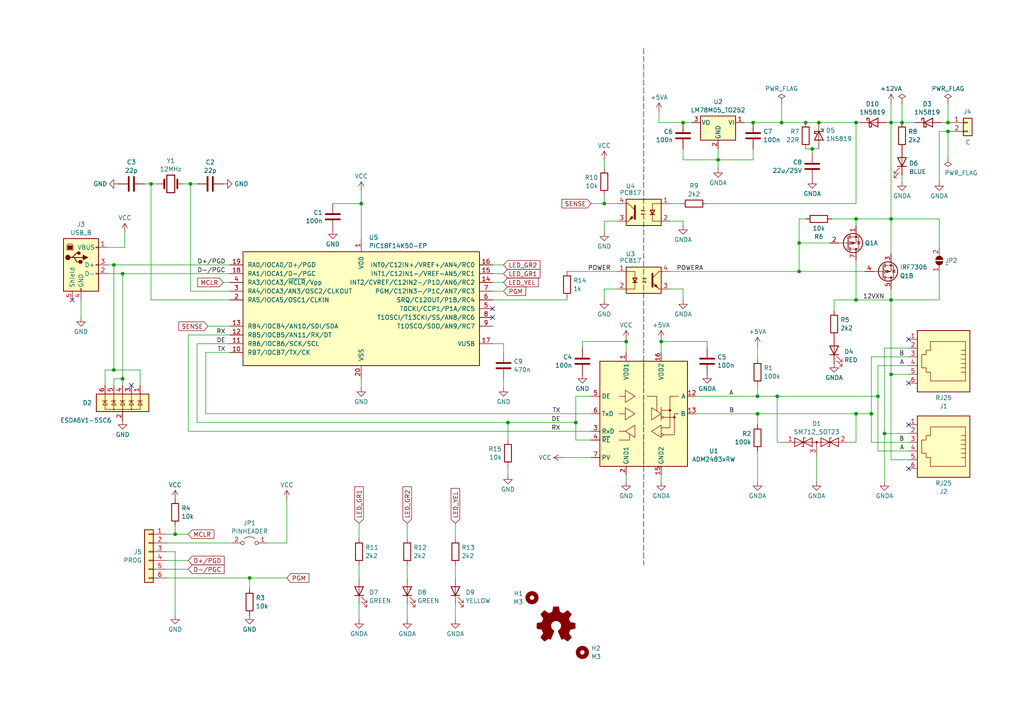
<source format=kicad_sch>
(kicad_sch (version 20230121) (generator eeschema)
  (paper "A4")
  (title_block (title "uLI – Ultimate LI") (date "2024-02-15") (rev "5.0") (company "Model Railroader Club Brno I – KMŽ Brno I – https://kmz-brno.cz/") (comment 1 "Jan Horáček") (comment 2 "https://github.com/kmzbrnoI/uLI-pcb https://uli.kmz-brno.cz/") (comment 3 "https://creativecommons.org/licenses/by-sa/4.0/") (comment 4 "Released under the Creative Commons Attribution-ShareAlike 4.0 License"))
  (lib_symbols
    (symbol "Connector:RJ25" (pin_names (offset 1.016))
      (property "Reference" "J" (at -5.08 11.43 0))
      (property "Value" "RJ25" (at 2.54 11.43 0))
      (symbol "RJ25_1_1"
        (pin passive line (at 10.16 -5.08 180) (length 2.54) (name "~") (number "1"))
        (pin passive line (at 10.16 -2.54 180) (length 2.54) (name "~") (number "2"))
        (pin passive line (at 10.16 0 180) (length 2.54) (name "~") (number "3"))
        (pin passive line (at 10.16 2.54 180) (length 2.54) (name "~") (number "4"))
        (pin passive line (at 10.16 5.08 180) (length 2.54) (name "~") (number "5"))
        (pin passive line (at 10.16 7.62 180) (length 2.54) (name "~") (number "6"))
      )
    )
    (symbol "Connector:USB_B" (pin_names (offset 1.016))
      (property "Reference" "J" (at -5.08 11.43 0))
      (property "Value" "USB_B" (at -5.08 8.89 0))
      (symbol "USB_B_1_1"
        (pin power_out line (at 7.62 5.08 180) (length 2.54) (name "VBUS") (number "1"))
        (pin bidirectional line (at 7.62 -2.54 180) (length 2.54) (name "D-") (number "2"))
        (pin bidirectional line (at 7.62 0 180) (length 2.54) (name "D+") (number "3"))
        (pin power_out line (at 0 -10.16 90) (length 2.54) (name "GND") (number "4"))
        (pin passive line (at -2.54 -10.16 90) (length 2.54) (name "Shield") (number "5"))
      )
    )
    (symbol "Connector_Generic:Conn_01x02" (pin_names (offset 1.016) hide)
      (property "Reference" "J" (at 0 2.54 0))
      (property "Value" "Conn_01x02" (at 0 -5.08 0))
      (symbol "Conn_01x02_1_1"
        (pin passive line (at -5.08 0 0) (length 3.81) (name "Pin_1") (number "1"))
        (pin passive line (at -5.08 -2.54 0) (length 3.81) (name "Pin_2") (number "2"))
      )
    )
    (symbol "Connector_Generic:Conn_01x06" (pin_names (offset 1.016) hide)
      (property "Reference" "J" (at 0 7.62 0))
      (property "Value" "Conn_01x06" (at 0 -10.16 0))
      (symbol "Conn_01x06_1_1"
        (pin passive line (at -5.08 5.08 0) (length 3.81) (name "Pin_1") (number "1"))
        (pin passive line (at -5.08 2.54 0) (length 3.81) (name "Pin_2") (number "2"))
        (pin passive line (at -5.08 0 0) (length 3.81) (name "Pin_3") (number "3"))
        (pin passive line (at -5.08 -2.54 0) (length 3.81) (name "Pin_4") (number "4"))
        (pin passive line (at -5.08 -5.08 0) (length 3.81) (name "Pin_5") (number "5"))
        (pin passive line (at -5.08 -7.62 0) (length 3.81) (name "Pin_6") (number "6"))
      )
    )
    (symbol "Device:C" (pin_numbers hide) (pin_names (offset 0.254))
      (property "Reference" "C" (at 0.635 2.54 0))
      (property "Value" "C" (at 0.635 -2.54 0))
      (symbol "C_1_1"
        (pin passive line (at 0 3.81 270) (length 2.794) (name "~") (number "1"))
        (pin passive line (at 0 -3.81 90) (length 2.794) (name "~") (number "2"))
      )
    )
    (symbol "Device:Crystal" (pin_numbers hide) (pin_names (offset 1.016) hide)
      (property "Reference" "Y" (at 0 3.81 0))
      (property "Value" "Crystal" (at 0 -3.81 0))
      (symbol "Crystal_1_1"
        (pin passive line (at -3.81 0 0) (length 1.27) (name "1") (number "1"))
        (pin passive line (at 3.81 0 180) (length 1.27) (name "2") (number "2"))
      )
    )
    (symbol "Device:D_Schottky" (pin_numbers hide) (pin_names (offset 1.016) hide)
      (property "Reference" "D" (at 0 2.54 0))
      (property "Value" "D_Schottky" (at 0 -2.54 0))
      (symbol "D_Schottky_1_1"
        (pin passive line (at -3.81 0 0) (length 2.54) (name "K") (number "1"))
        (pin passive line (at 3.81 0 180) (length 2.54) (name "A") (number "2"))
      )
    )
    (symbol "Device:LED" (pin_numbers hide) (pin_names (offset 1.016) hide)
      (property "Reference" "D" (at 0 2.54 0))
      (property "Value" "LED" (at 0 -2.54 0))
      (symbol "LED_1_1"
        (pin passive line (at -3.81 0 0) (length 2.54) (name "K") (number "1"))
        (pin passive line (at 3.81 0 180) (length 2.54) (name "A") (number "2"))
      )
    )
    (symbol "Device:R" (pin_numbers hide) (pin_names (offset 0))
      (property "Reference" "R" (at 2.032 0 90))
      (property "Value" "R" (at 0 0 90))
      (symbol "R_1_1"
        (pin passive line (at 0 3.81 270) (length 1.27) (name "~") (number "1"))
        (pin passive line (at 0 -3.81 90) (length 1.27) (name "~") (number "2"))
      )
    )
    (symbol "Diode:SM712_SOT23" (pin_names (offset 1.016) hide)
      (property "Reference" "D" (at 0 4.445 0))
      (property "Value" "SM712_SOT23" (at 0 2.54 0))
      (symbol "SM712_SOT23_1_1"
        (pin passive line (at -8.89 0 0) (length 2.54) (name "A1") (number "1"))
        (pin passive line (at 8.89 0 180) (length 2.54) (name "A2") (number "2"))
        (pin input line (at 0 -3.81 90) (length 2.54) (name "common") (number "3"))
      )
    )
    (symbol "Graphic:Logo_Open_Hardware_Small" (in_bom no) (on_board no))
    (symbol "Interface_UART:ADM2483xRW"
      (property "Reference" "U" (at -12.7 16.51 0))
      (property "Value" "ADM2483xRW" (at 6.35 16.51 0))
      (symbol "ADM2483xRW_1_1"
        (pin power_in line (at -5.08 17.78 270) (length 2.54) (name "VDD1") (number "1"))
        (pin no_connect line (at 7.62 -15.24 90) (length 2.54) hide (name "NC") (number "10"))
        (pin no_connect line (at 12.7 -7.62 180) (length 2.54) hide (name "NC") (number "11"))
        (pin bidirectional line (at 15.24 5.08 180) (length 2.54) (name "A") (number "12"))
        (pin bidirectional line (at 15.24 0 180) (length 2.54) (name "B") (number "13"))
        (pin no_connect line (at 12.7 7.62 180) (length 2.54) hide (name "NC") (number "14"))
        (pin power_in line (at 5.08 -17.78 90) (length 2.54) (name "GND2") (number "15"))
        (pin power_in line (at 5.08 17.78 270) (length 2.54) (name "VDD2") (number "16"))
        (pin power_in line (at -5.08 -17.78 90) (length 2.54) (name "GND1") (number "2"))
        (pin output line (at -15.24 -5.08 0) (length 2.54) (name "RxD") (number "3"))
        (pin input line (at -15.24 -7.62 0) (length 2.54) (name "~{RE}") (number "4"))
        (pin input line (at -15.24 5.08 0) (length 2.54) (name "DE") (number "5"))
        (pin input line (at -15.24 0 0) (length 2.54) (name "TxD") (number "6"))
        (pin input line (at -15.24 -12.7 0) (length 2.54) (name "PV") (number "7"))
        (pin passive line (at -5.08 -17.78 90) (length 2.54) hide (name "GND1") (number "8"))
        (pin passive line (at 5.08 -17.78 90) (length 2.54) hide (name "GND2") (number "9"))
      )
    )
    (symbol "Isolator:PC817" (pin_names (offset 1.016))
      (property "Reference" "U" (at -5.08 5.08 0))
      (property "Value" "PC817" (at 0 5.08 0))
      (symbol "PC817_1_1"
        (pin passive line (at -7.62 2.54 0) (length 2.54) (name "~") (number "1"))
        (pin passive line (at -7.62 -2.54 0) (length 2.54) (name "~") (number "2"))
        (pin passive line (at 7.62 -2.54 180) (length 2.54) (name "~") (number "3"))
        (pin passive line (at 7.62 2.54 180) (length 2.54) (name "~") (number "4"))
      )
    )
    (symbol "Jumper:Jumper_2_Open" (pin_names (offset 0) hide)
      (property "Reference" "JP" (at 0 2.794 0))
      (property "Value" "Jumper_2_Open" (at 0 -2.286 0))
      (symbol "Jumper_2_Open_1_1"
        (pin passive line (at -5.08 0 0) (length 2.54) (name "A") (number "1"))
        (pin passive line (at 5.08 0 180) (length 2.54) (name "B") (number "2"))
      )
    )
    (symbol "Jumper:SolderJumper_2_Open" (pin_names (offset 0) hide)
      (property "Reference" "JP" (at 0 2.032 0))
      (property "Value" "SolderJumper_2_Open" (at 0 -2.54 0))
      (symbol "SolderJumper_2_Open_1_1"
        (pin passive line (at -3.81 0 0) (length 2.54) (name "A") (number "1"))
        (pin passive line (at 3.81 0 180) (length 2.54) (name "B") (number "2"))
      )
    )
    (symbol "MCU_Microchip_PIC18:PIC18F14K50-EP" (pin_names (offset 1.27))
      (property "Reference" "U" (at -33.02 17.78 0))
      (property "Value" "PIC18F14K50-EP" (at 24.13 -17.78 0))
      (symbol "PIC18F14K50-EP_1_1"
        (pin power_in line (at 0 20.32 270) (length 3.81) (name "VDD") (number "1"))
        (pin bidirectional line (at -38.1 -12.7 0) (length 3.81) (name "RB7/IOCB7/TX/CK") (number "10"))
        (pin bidirectional line (at -38.1 -10.16 0) (length 3.81) (name "RB6/IOCB6/SCK/SCL") (number "11"))
        (pin bidirectional line (at -38.1 -7.62 0) (length 3.81) (name "RB5/IOCB5/AN11/RX/DT") (number "12"))
        (pin bidirectional line (at -38.1 -5.08 0) (length 3.81) (name "RB4/IOCB4/AN10/SDI/SDA") (number "13"))
        (pin bidirectional line (at 38.1 7.62 180) (length 3.81) (name "INT2/CVREF/C12IN2-/P1D/AN6/RC2") (number "14"))
        (pin bidirectional line (at 38.1 10.16 180) (length 3.81) (name "INT1/C12IN1-/VREF-AN5/RC1") (number "15"))
        (pin bidirectional line (at 38.1 12.7 180) (length 3.81) (name "INT0/C12IN+/VREF+/AN4/RC0") (number "16"))
        (pin passive line (at 38.1 -10.16 180) (length 3.81) (name "VUSB") (number "17"))
        (pin bidirectional line (at -38.1 10.16 0) (length 3.81) (name "RA1/IOCA1/D-/PGC") (number "18"))
        (pin bidirectional line (at -38.1 12.7 0) (length 3.81) (name "RA0/IOCA0/D+/PGD") (number "19"))
        (pin bidirectional line (at -38.1 2.54 0) (length 3.81) (name "RA5/IOCA5/OSC1/CLKIN") (number "2"))
        (pin power_in line (at 0 -20.32 90) (length 3.81) (name "VSS") (number "20"))
        (pin bidirectional line (at -38.1 5.08 0) (length 3.81) (name "RA4/IOCA3/AN3/OSC2/CLKOUT") (number "3"))
        (pin input line (at -38.1 7.62 0) (length 3.81) (name "RA3/IOCA3/~{MCLR}/Vpp") (number "4"))
        (pin bidirectional line (at 38.1 0 180) (length 3.81) (name "T0CKI/CCP1/P1A/RC5") (number "5"))
        (pin bidirectional line (at 38.1 2.54 180) (length 3.81) (name "SRQ/C12OUT/P1B/RC4") (number "6"))
        (pin bidirectional line (at 38.1 5.08 180) (length 3.81) (name "PGM/C12IN3-/P1C/AN7/RC3") (number "7"))
        (pin bidirectional line (at 38.1 -2.54 180) (length 3.81) (name "T1OSCI/T13CKI/SS/AN8/RC6") (number "8"))
        (pin bidirectional line (at 38.1 -5.08 180) (length 3.81) (name "T1OSCO/SDO/AN9/RC7") (number "9"))
      )
    )
    (symbol "Mechanical:MountingHole" (pin_names (offset 1.016))
      (property "Reference" "H" (at 0 5.08 0))
      (property "Value" "MountingHole" (at 0 3.175 0))
    )
    (symbol "Power_Protection:ESDA6V1-5SC6" (pin_names hide)
      (property "Reference" "D" (at -5.08 -3.81 0))
      (property "Value" "ESDA6V1-5SC6" (at 2.54 -3.81 0))
      (symbol "ESDA6V1-5SC6_0_0"
        (pin passive line (at 0 -5.08 90) (length 2.54) (name "GND") (number "2"))
      )
      (symbol "ESDA6V1-5SC6_1_1"
        (pin passive line (at -5.08 5.08 270) (length 2.54) (name "IO1") (number "1"))
        (pin passive line (at -2.54 5.08 270) (length 2.54) (name "IO2") (number "3"))
        (pin passive line (at 0 5.08 270) (length 2.54) (name "IO3") (number "4"))
        (pin passive line (at 2.54 5.08 270) (length 2.54) (name "IO4") (number "5"))
        (pin passive line (at 5.08 5.08 270) (length 2.54) (name "IO5") (number "6"))
      )
    )
    (symbol "Regulator_Linear:LM78M05_TO252" (pin_names (offset 0.254))
      (property "Reference" "U" (at -3.81 3.175 0))
      (property "Value" "LM78M05_TO252" (at 0 3.175 0))
      (symbol "LM78M05_TO252_1_1"
        (pin power_in line (at -7.62 0 0) (length 2.54) (name "VI") (number "1"))
        (pin power_in line (at 0 -7.62 90) (length 2.54) (name "GND") (number "2"))
        (pin power_out line (at 7.62 0 180) (length 2.54) (name "VO") (number "3"))
      )
    )
    (symbol "Transistor_FET:IRF7324" (pin_names hide)
      (property "Reference" "Q" (at 5.08 1.905 0))
      (property "Value" "IRF7324" (at 5.08 0 0))
      (symbol "IRF7324_1_1"
        (pin passive line (at 2.54 -5.08 90) (length 2.54) (name "S1") (number "1"))
        (pin input line (at -5.08 0 0) (length 2.54) (name "G1") (number "2"))
        (pin passive line (at 2.54 5.08 270) (length 2.54) (name "D1") (number "7"))
        (pin passive line (at 2.54 5.08 270) (length 2.54) hide (name "D1") (number "8"))
      )
      (symbol "IRF7324_2_1"
        (pin passive line (at 2.54 -5.08 90) (length 2.54) (name "S2") (number "3"))
        (pin input line (at -5.08 0 0) (length 2.54) (name "G2") (number "4"))
        (pin passive line (at 2.54 5.08 270) (length 2.54) (name "D2") (number "5"))
        (pin passive line (at 2.54 5.08 270) (length 2.54) hide (name "D2") (number "6"))
      )
    )
    (symbol "power:+12VA" (power) (pin_names (offset 0))
      (property "Value" "+12VA" (at 0 3.556 0))
      (symbol "+12VA_1_1"
        (pin power_in line (at 0 0 90) (length 0) hide (name "+12VA") (number "1"))
      )
    )
    (symbol "power:+5VA" (power) (pin_names (offset 0))
      (property "Value" "+5VA" (at 0 3.556 0))
      (symbol "+5VA_1_1"
        (pin power_in line (at 0 0 90) (length 0) hide (name "+5VA") (number "1"))
      )
    )
    (symbol "power:GND" (power) (pin_names (offset 0))
      (property "Value" "GND" (at 0 -3.81 0))
      (symbol "GND_1_1"
        (pin power_in line (at 0 0 270) (length 0) hide (name "GND") (number "1"))
      )
    )
    (symbol "power:GNDA" (power) (pin_names (offset 0))
      (property "Value" "GNDA" (at 0 -3.81 0))
      (symbol "GNDA_1_1"
        (pin power_in line (at 0 0 270) (length 0) hide (name "GNDA") (number "1"))
      )
    )
    (symbol "power:PWR_FLAG" (power) (pin_numbers hide) (pin_names (offset 0) hide)
      (property "Value" "PWR_FLAG" (at 0 3.81 0))
      (symbol "PWR_FLAG_0_0"
        (pin power_out line (at 0 0 90) (length 0) (name "pwr") (number "1"))
      )
    )
    (symbol "power:VCC" (power) (pin_names (offset 0))
      (property "Value" "VCC" (at 0 3.81 0))
      (symbol "VCC_1_1"
        (pin power_in line (at 0 0 90) (length 0) hide (name "VCC") (number "1"))
      )
    )
  )
  (junction (at 218.44 35.56))
  (junction (at 55.245 53.34))
  (junction (at 191.77 99.06))
  (junction (at 252.73 120.015))
  (junction (at 258.445 35.56))
  (junction (at 248.285 63.5))
  (junction (at 198.12 35.56))
  (junction (at 231.775 78.74))
  (junction (at 147.32 122.555))
  (junction (at 219.71 120.015))
  (junction (at 254.635 114.935))
  (junction (at 167.005 122.555))
  (junction (at 256.54 125.73))
  (junction (at 261.62 35.56))
  (junction (at 104.775 59.055))
  (junction (at 35.56 79.375))
  (junction (at 33.02 107.315))
  (junction (at 208.28 46.355))
  (junction (at 233.68 35.56))
  (junction (at 50.8 154.94))
  (junction (at 235.585 43.18))
  (junction (at 175.26 59.055))
  (junction (at 33.02 76.835))
  (junction (at 248.285 35.56))
  (junction (at 274.955 38.1))
  (junction (at 226.695 35.56))
  (junction (at 225.425 114.935))
  (junction (at 43.815 53.34))
  (junction (at 248.285 86.995))
  (junction (at 258.445 86.995))
  (junction (at 231.775 70.485))
  (junction (at 35.56 109.855))
  (junction (at 258.445 63.5))
  (junction (at 219.71 114.935))
  (junction (at 274.955 35.56))
  (junction (at 72.39 167.64))
  (junction (at 248.285 120.015))
  (junction (at 258.445 108.585))
  (junction (at 237.49 35.56))
  (junction (at 181.61 99.06))
  (no_connect (at 263.525 111.125))
  (no_connect (at 20.955 86.995))
  (no_connect (at 142.875 89.535))
  (no_connect (at 263.525 98.425))
  (no_connect (at 263.525 123.19))
  (no_connect (at 142.875 92.075))
  (no_connect (at 38.1 111.76))
  (no_connect (at 263.525 135.89))
  (wire (pts (xy 235.585 43.18) (xy 237.49 43.18)))
  (wire (pts (xy 258.445 108.585) (xy 258.445 133.35)))
  (wire (pts (xy 41.91 53.34) (xy 43.815 53.34)))
  (wire (pts (xy 263.525 108.585) (xy 258.445 108.585)))
  (wire (pts (xy 60.325 94.615) (xy 66.675 94.615)))
  (wire (pts (xy 167.005 127.635) (xy 171.45 127.635)))
  (wire (pts (xy 235.585 43.18) (xy 235.585 44.45)))
  (wire (pts (xy 72.39 167.64) (xy 72.39 170.815)))
  (wire (pts (xy 57.15 122.555) (xy 147.32 122.555)))
  (wire (pts (xy 31.115 79.375) (xy 35.56 79.375)))
  (wire (pts (xy 118.11 179.705) (xy 118.11 175.26)))
  (wire (pts (xy 175.26 64.135) (xy 179.07 64.135)))
  (wire (pts (xy 40.64 107.315) (xy 40.64 111.76)))
  (wire (pts (xy 218.44 35.56) (xy 226.695 35.56)))
  (wire (pts (xy 258.445 29.845) (xy 258.445 35.56)))
  (wire (pts (xy 118.11 151.765) (xy 118.11 156.21)))
  (wire (pts (xy 272.415 38.1) (xy 274.955 38.1)))
  (wire (pts (xy 261.62 29.845) (xy 261.62 35.56)))
  (wire (pts (xy 248.285 35.56) (xy 249.555 35.56)))
  (wire (pts (xy 191.135 35.56) (xy 198.12 35.56)))
  (wire (pts (xy 175.26 67.31) (xy 175.26 64.135)))
  (wire (pts (xy 55.245 53.34) (xy 57.15 53.34)))
  (wire (pts (xy 23.495 86.995) (xy 23.495 92.075)))
  (wire (pts (xy 198.12 64.135) (xy 198.12 65.405)))
  (wire (pts (xy 146.05 99.695) (xy 146.05 102.235)))
  (wire (pts (xy 175.26 59.055) (xy 179.07 59.055)))
  (wire (pts (xy 30.48 107.315) (xy 33.02 107.315)))
  (wire (pts (xy 226.695 35.56) (xy 233.68 35.56)))
  (wire (pts (xy 233.68 63.5) (xy 231.775 63.5)))
  (wire (pts (xy 263.525 103.505) (xy 252.73 103.505)))
  (wire (pts (xy 258.445 86.995) (xy 258.445 83.82)))
  (wire (pts (xy 132.08 179.705) (xy 132.08 175.26)))
  (wire (pts (xy 50.8 160.02) (xy 50.8 178.435)))
  (wire (pts (xy 142.875 81.915) (xy 146.05 81.915)))
  (wire (pts (xy 248.285 128.27) (xy 248.285 120.015)))
  (wire (pts (xy 50.8 154.94) (xy 48.26 154.94)))
  (wire (pts (xy 96.52 59.055) (xy 104.775 59.055)))
  (wire (pts (xy 104.775 59.055) (xy 104.775 55.245)))
  (wire (pts (xy 194.31 64.135) (xy 198.12 64.135)))
  (wire (pts (xy 168.91 100.965) (xy 168.91 99.06)))
  (wire (pts (xy 54.61 154.94) (xy 50.8 154.94)))
  (wire (pts (xy 256.54 100.965) (xy 256.54 125.73)))
  (wire (pts (xy 167.005 122.555) (xy 167.005 127.635)))
  (wire (pts (xy 33.02 76.835) (xy 33.02 107.315)))
  (wire (pts (xy 104.775 112.395) (xy 104.775 109.855)))
  (wire (pts (xy 261.62 35.56) (xy 265.43 35.56)))
  (wire (pts (xy 175.26 56.515) (xy 175.26 59.055)))
  (wire (pts (xy 219.71 111.76) (xy 219.71 114.935)))
  (wire (pts (xy 181.61 99.06) (xy 181.61 102.235)))
  (wire (pts (xy 274.955 45.72) (xy 274.955 38.1)))
  (wire (pts (xy 263.525 100.965) (xy 256.54 100.965)))
  (wire (pts (xy 132.08 151.765) (xy 132.08 156.21)))
  (wire (pts (xy 240.665 70.485) (xy 231.775 70.485)))
  (wire (pts (xy 256.54 125.73) (xy 263.525 125.73)))
  (wire (pts (xy 50.8 152.4) (xy 50.8 154.94)))
  (wire (pts (xy 272.415 63.5) (xy 272.415 71.755)))
  (wire (pts (xy 272.415 52.705) (xy 272.415 38.1)))
  (wire (pts (xy 167.005 114.935) (xy 171.45 114.935)))
  (wire (pts (xy 59.69 120.015) (xy 171.45 120.015)))
  (wire (pts (xy 200.66 35.56) (xy 198.12 35.56)))
  (wire (pts (xy 248.285 63.5) (xy 248.285 65.405)))
  (wire (pts (xy 248.285 35.56) (xy 248.285 59.055)))
  (wire (pts (xy 258.445 63.5) (xy 272.415 63.5)))
  (wire (pts (xy 104.14 151.765) (xy 104.14 156.21)))
  (wire (pts (xy 181.61 98.425) (xy 181.61 99.06)))
  (wire (pts (xy 54.61 125.095) (xy 54.61 97.155)))
  (wire (pts (xy 54.61 97.155) (xy 66.675 97.155)))
  (wire (pts (xy 163.195 132.715) (xy 171.45 132.715)))
  (wire (pts (xy 36.195 71.755) (xy 36.195 67.31)))
  (wire (pts (xy 274.955 38.1) (xy 275.59 38.1)))
  (wire (pts (xy 175.26 86.995) (xy 175.26 83.82)))
  (wire (pts (xy 219.71 120.015) (xy 248.285 120.015)))
  (wire (pts (xy 104.14 163.83) (xy 104.14 167.64)))
  (wire (pts (xy 191.77 99.06) (xy 191.77 102.235)))
  (wire (pts (xy 35.56 79.375) (xy 35.56 109.855)))
  (wire (pts (xy 219.71 130.81) (xy 219.71 139.7)))
  (wire (pts (xy 181.61 137.795) (xy 181.61 139.7)))
  (wire (pts (xy 54.61 125.095) (xy 171.45 125.095)))
  (wire (pts (xy 33.02 111.76) (xy 33.02 109.855)))
  (wire (pts (xy 59.69 120.015) (xy 59.69 102.235)))
  (wire (pts (xy 233.68 43.18) (xy 235.585 43.18)))
  (wire (pts (xy 219.71 114.935) (xy 225.425 114.935)))
  (wire (pts (xy 274.955 29.845) (xy 274.955 35.56)))
  (wire (pts (xy 191.77 137.795) (xy 191.77 139.7)))
  (wire (pts (xy 142.875 99.695) (xy 146.05 99.695)))
  (wire (pts (xy 104.775 59.055) (xy 104.775 69.215)))
  (wire (pts (xy 43.815 86.995) (xy 66.675 86.995)))
  (wire (pts (xy 175.26 46.355) (xy 175.26 48.895)))
  (wire (pts (xy 54.61 162.56) (xy 48.26 162.56)))
  (wire (pts (xy 258.445 86.995) (xy 272.415 86.995)))
  (wire (pts (xy 245.745 128.27) (xy 248.285 128.27)))
  (wire (pts (xy 54.61 165.1) (xy 48.26 165.1)))
  (wire (pts (xy 252.73 128.27) (xy 263.525 128.27)))
  (wire (pts (xy 164.465 78.74) (xy 179.07 78.74)))
  (polyline (pts (xy 186.69 13.97) (xy 186.69 163.83)) (stroke (width 0) (type dash)))
  (wire (pts (xy 147.32 137.795) (xy 147.32 135.255)))
  (wire (pts (xy 252.73 120.015) (xy 252.73 128.27)))
  (wire (pts (xy 231.775 78.74) (xy 250.825 78.74)))
  (wire (pts (xy 198.12 46.355) (xy 198.12 43.18)))
  (wire (pts (xy 191.135 32.385) (xy 191.135 35.56)))
  (wire (pts (xy 57.15 99.695) (xy 57.15 122.555)))
  (wire (pts (xy 30.48 107.315) (xy 30.48 111.76)))
  (wire (pts (xy 142.875 79.375) (xy 146.05 79.375)))
  (wire (pts (xy 142.875 86.995) (xy 164.465 86.995)))
  (wire (pts (xy 83.185 144.78) (xy 83.185 157.48)))
  (wire (pts (xy 55.245 53.34) (xy 55.245 84.455)))
  (wire (pts (xy 248.285 120.015) (xy 252.73 120.015)))
  (wire (pts (xy 72.39 167.64) (xy 48.26 167.64)))
  (wire (pts (xy 191.77 98.425) (xy 191.77 99.06)))
  (wire (pts (xy 132.08 163.83) (xy 132.08 167.64)))
  (wire (pts (xy 273.05 35.56) (xy 274.955 35.56)))
  (wire (pts (xy 201.93 120.015) (xy 219.71 120.015)))
  (wire (pts (xy 257.175 35.56) (xy 258.445 35.56)))
  (wire (pts (xy 194.31 83.82) (xy 198.12 83.82)))
  (wire (pts (xy 241.935 86.995) (xy 241.935 90.17)))
  (wire (pts (xy 233.68 35.56) (xy 237.49 35.56)))
  (wire (pts (xy 254.635 114.935) (xy 254.635 130.81)))
  (wire (pts (xy 83.185 167.64) (xy 72.39 167.64)))
  (wire (pts (xy 258.445 35.56) (xy 261.62 35.56)))
  (wire (pts (xy 35.56 109.855) (xy 35.56 111.76)))
  (wire (pts (xy 272.415 86.995) (xy 272.415 79.375)))
  (wire (pts (xy 194.31 78.74) (xy 231.775 78.74)))
  (wire (pts (xy 64.77 81.915) (xy 66.675 81.915)))
  (wire (pts (xy 205.105 59.055) (xy 248.285 59.055)))
  (wire (pts (xy 258.445 86.995) (xy 248.285 86.995)))
  (wire (pts (xy 219.71 120.015) (xy 219.71 123.19)))
  (wire (pts (xy 258.445 86.995) (xy 258.445 108.585)))
  (wire (pts (xy 205.105 99.06) (xy 191.77 99.06)))
  (wire (pts (xy 142.875 84.455) (xy 146.05 84.455)))
  (wire (pts (xy 274.955 35.56) (xy 275.59 35.56)))
  (wire (pts (xy 215.9 35.56) (xy 218.44 35.56)))
  (wire (pts (xy 254.635 106.045) (xy 254.635 114.935)))
  (wire (pts (xy 225.425 114.935) (xy 225.425 128.27)))
  (wire (pts (xy 208.28 43.18) (xy 208.28 46.355)))
  (wire (pts (xy 263.525 106.045) (xy 254.635 106.045)))
  (wire (pts (xy 33.02 76.835) (xy 66.675 76.835)))
  (wire (pts (xy 83.185 157.48) (xy 77.47 157.48)))
  (wire (pts (xy 258.445 133.35) (xy 263.525 133.35)))
  (wire (pts (xy 167.005 122.555) (xy 167.005 114.935)))
  (wire (pts (xy 168.91 99.06) (xy 181.61 99.06)))
  (wire (pts (xy 59.69 102.235) (xy 66.675 102.235)))
  (wire (pts (xy 219.71 100.33) (xy 219.71 104.14)))
  (wire (pts (xy 33.02 107.315) (xy 40.64 107.315)))
  (wire (pts (xy 194.31 59.055) (xy 197.485 59.055)))
  (wire (pts (xy 248.285 75.565) (xy 248.285 86.995)))
  (wire (pts (xy 261.62 52.705) (xy 261.62 50.8)))
  (wire (pts (xy 50.8 160.02) (xy 48.26 160.02)))
  (wire (pts (xy 43.815 53.34) (xy 43.815 86.995)))
  (wire (pts (xy 31.115 76.835) (xy 33.02 76.835)))
  (wire (pts (xy 205.105 100.965) (xy 205.105 99.06)))
  (wire (pts (xy 104.14 179.705) (xy 104.14 175.26)))
  (wire (pts (xy 208.28 46.355) (xy 198.12 46.355)))
  (wire (pts (xy 256.54 125.73) (xy 256.54 139.7)))
  (wire (pts (xy 231.775 63.5) (xy 231.775 70.485)))
  (wire (pts (xy 55.245 84.455) (xy 66.675 84.455)))
  (wire (pts (xy 146.05 109.855) (xy 146.05 112.395)))
  (wire (pts (xy 218.44 46.355) (xy 218.44 43.18)))
  (wire (pts (xy 231.775 70.485) (xy 231.775 78.74)))
  (wire (pts (xy 225.425 114.935) (xy 254.635 114.935)))
  (wire (pts (xy 252.73 103.505) (xy 252.73 120.015)))
  (wire (pts (xy 241.3 63.5) (xy 248.285 63.5)))
  (wire (pts (xy 198.12 83.82) (xy 198.12 86.995)))
  (wire (pts (xy 142.875 76.835) (xy 146.05 76.835)))
  (wire (pts (xy 258.445 63.5) (xy 248.285 63.5)))
  (wire (pts (xy 237.49 35.56) (xy 248.285 35.56)))
  (wire (pts (xy 201.93 114.935) (xy 219.71 114.935)))
  (wire (pts (xy 164.465 86.995) (xy 164.465 86.36)))
  (wire (pts (xy 33.02 109.855) (xy 35.56 109.855)))
  (wire (pts (xy 171.45 59.055) (xy 175.26 59.055)))
  (wire (pts (xy 67.31 157.48) (xy 48.26 157.48)))
  (wire (pts (xy 258.445 35.56) (xy 258.445 63.5)))
  (wire (pts (xy 254.635 130.81) (xy 263.525 130.81)))
  (wire (pts (xy 147.32 122.555) (xy 147.32 127.635)))
  (wire (pts (xy 66.675 99.695) (xy 57.15 99.695)))
  (wire (pts (xy 208.28 48.895) (xy 208.28 46.355)))
  (wire (pts (xy 175.26 83.82) (xy 179.07 83.82)))
  (wire (pts (xy 258.445 63.5) (xy 258.445 73.66)))
  (wire (pts (xy 118.11 163.83) (xy 118.11 167.64)))
  (wire (pts (xy 35.56 79.375) (xy 66.675 79.375)))
  (wire (pts (xy 241.935 86.995) (xy 248.285 86.995)))
  (wire (pts (xy 147.32 122.555) (xy 167.005 122.555)))
  (wire (pts (xy 43.815 53.34) (xy 45.72 53.34)))
  (wire (pts (xy 31.115 71.755) (xy 36.195 71.755)))
  (wire (pts (xy 208.28 46.355) (xy 218.44 46.355)))
  (wire (pts (xy 236.855 132.08) (xy 236.855 139.7)))
  (wire (pts (xy 226.695 29.845) (xy 226.695 35.56)))
  (wire (pts (xy 225.425 128.27) (xy 227.965 128.27)))
  (wire (pts (xy 53.34 53.34) (xy 55.245 53.34)))
  (label "DE" (at 65.405 99.695 180))
  (label "A" (at 211.455 114.935 0))
  (label "A" (at 262.255 106.045 180))
  (label "B" (at 211.455 120.015 0))
  (label "TX" (at 162.56 120.015 180))
  (label "D-{slash}PGC" (at 65.405 79.375 180))
  (label "A" (at 262.255 130.81 180))
  (label "RX" (at 65.405 97.155 180))
  (label "B" (at 262.255 103.505 180))
  (label "D+{slash}PGD" (at 65.405 76.835 180))
  (label "12VXN" (at 256.54 86.995 180))
  (label "POWER" (at 177.165 78.74 180))
  (label "TX" (at 65.405 102.235 180))
  (label "POWERA" (at 196.215 78.74 0))
  (label "B" (at 262.255 128.27 180))
  (label "RX" (at 162.56 125.095 180))
  (label "DE" (at 162.56 122.555 180))
  (global_label "LED_GR2" (shape input) (at 146.05 76.835 0) (property "Intersheetrefs" "${INTERSHEET_REFS}" (effects hide)))
  (global_label "PGM" (shape input) (at 146.05 84.455 0) (property "Intersheetrefs" "${INTERSHEET_REFS}" (effects hide)))
  (global_label "LED_GR2" (shape input) (at 118.11 151.765 90) (property "Intersheetrefs" "${INTERSHEET_REFS}" (effects hide)))
  (global_label "LED_GR1" (shape input) (at 104.14 151.765 90) (property "Intersheetrefs" "${INTERSHEET_REFS}" (effects hide)))
  (global_label "LED_GR1" (shape input) (at 146.05 79.375 0) (property "Intersheetrefs" "${INTERSHEET_REFS}" (effects hide)))
  (global_label "MCLR" (shape input) (at 54.61 154.94 0) (property "Intersheetrefs" "${INTERSHEET_REFS}" (effects hide)))
  (global_label "SENSE" (shape input) (at 171.45 59.055 180) (property "Intersheetrefs" "${INTERSHEET_REFS}" (effects hide)))
  (global_label "MCLR" (shape input) (at 64.77 81.915 180) (property "Intersheetrefs" "${INTERSHEET_REFS}" (effects hide)))
  (global_label "D+{slash}PGD" (shape input) (at 54.61 162.56 0) (property "Intersheetrefs" "${INTERSHEET_REFS}" (effects hide)))
  (global_label "LED_YEL" (shape input) (at 146.05 81.915 0) (property "Intersheetrefs" "${INTERSHEET_REFS}" (effects hide)))
  (global_label "D-{slash}PGC" (shape input) (at 54.61 165.1 0) (property "Intersheetrefs" "${INTERSHEET_REFS}" (effects hide)))
  (global_label "LED_YEL" (shape input) (at 132.08 151.765 90) (property "Intersheetrefs" "${INTERSHEET_REFS}" (effects hide)))
  (global_label "SENSE" (shape input) (at 60.325 94.615 180) (property "Intersheetrefs" "${INTERSHEET_REFS}" (effects hide)))
  (global_label "PGM" (shape input) (at 83.185 167.64 0) (property "Intersheetrefs" "${INTERSHEET_REFS}" (effects hide)))
  (symbol (lib_id "power:+5VA") (at 219.71 100.33 0) (unit 1)
    (property "Reference" "#PWR011" (effects hide))
    (property "Value" "+5VA" (at 219.71 96.1969 0))
  )
  (symbol (lib_id "Device:R") (at 50.8 148.59 0) (unit 1)
    (property "Reference" "R4" (at 52.578 147.3779 0) (effects (justify left)))
    (property "Value" "10k" (at 52.578 149.8021 0) (effects (justify left)))
  )
  (symbol (lib_id "power:GND") (at 64.77 53.34 90) (unit 1)
    (property "Reference" "#PWR07" (effects hide))
    (property "Value" "GND" (at 67.945 53.34 90) (effects (justify right)))
  )
  (symbol (lib_id "power:PWR_FLAG") (at 261.62 29.845 0) (unit 1)
    (property "Reference" "#FLG03" (effects hide))
    (property "Value" "PWR_FLAG" (effects hide))
  )
  (symbol (lib_id "power:GND") (at 168.91 108.585 0) (mirror y) (unit 1)
    (property "Reference" "#PWR013" (effects hide))
    (property "Value" "GND" (at 168.91 112.7181 0))
  )
  (symbol (lib_id "Device:LED") (at 241.935 101.6 90) (unit 1)
    (property "Reference" "D4" (at 244.856 101.9754 90) (effects (justify right)))
    (property "Value" "RED" (at 244.856 104.3996 90) (effects (justify right)))
  )
  (symbol (lib_id "power:GNDA") (at 272.415 52.705 0) (unit 1)
    (property "Reference" "#PWR024" (effects hide))
    (property "Value" "GNDA" (at 272.415 56.8381 0))
  )
  (symbol (lib_id "power:+5VA") (at 191.77 98.425 0) (unit 1)
    (property "Reference" "#PWR015" (effects hide))
    (property "Value" "+5VA" (at 191.77 94.2919 0))
  )
  (symbol (lib_id "Device:LED") (at 104.14 171.45 90) (unit 1)
    (property "Reference" "D7" (at 107.061 171.8254 90) (effects (justify right)))
    (property "Value" "GREEN" (at 107.061 174.2496 90) (effects (justify right)))
  )
  (symbol (lib_id "power:VCC") (at 181.61 98.425 0) (unit 1)
    (property "Reference" "#PWR010" (effects hide))
    (property "Value" "VCC" (at 181.61 94.2919 0))
  )
  (symbol (lib_id "Device:Crystal") (at 49.53 53.34 180) (unit 1)
    (property "Reference" "Y1" (at 49.53 46.6303 0))
    (property "Value" "12MHz" (at 49.53 49.0545 0))
  )
  (symbol (lib_id "power:VCC") (at 163.195 132.715 90) (unit 1)
    (property "Reference" "#PWR039" (effects hide))
    (property "Value" "VCC" (at 160.02 132.715 90) (effects (justify left)))
  )
  (symbol (lib_id "Device:D_Schottky") (at 253.365 35.56 0) (unit 1)
    (property "Reference" "D10" (at 253.0475 30.1457 0))
    (property "Value" "1N5819" (at 253.0475 32.5699 0))
  )
  (symbol (lib_id "Regulator_Linear:LM78M05_TO252") (at 208.28 35.56 0) (mirror y) (unit 1)
    (property "Reference" "U2" (at 208.28 29.5107 0))
    (property "Value" "LM78M05_TO252" (at 208.28 31.9349 0))
    (property "Footprint" "Package_TO_SOT_SMD:TO-252-2" (effects hide))
    (property "Datasheet" "https://www.onsemi.com/pub/Collateral/MC78M00-D.PDF" (effects hide))
  )
  (symbol (lib_id "Graphic:Logo_Open_Hardware_Small") (at 161.29 181.61 0) (unit 1) (in_bom no) (on_board no)
    (property "Reference" "#SYM1" (effects hide))
    (property "Value" "Logo_Open_Hardware_Small" (effects hide))
    (property "Sim.Enable" "0" (effects hide))
  )
  (symbol (lib_id "Connector_Generic:Conn_01x06") (at 43.18 160.02 0) (mirror y) (unit 1)
    (property "Reference" "J5" (at 41.148 160.0779 0) (effects (justify left)))
    (property "Value" "PROG" (at 41.148 162.5021 0) (effects (justify left)))
  )
  (symbol (lib_id "power:GND") (at 147.32 137.795 0) (unit 1)
    (property "Reference" "#PWR040" (effects hide))
    (property "Value" "GND" (at 147.32 141.9281 0))
  )
  (symbol (lib_id "Connector:USB_B") (at 23.495 76.835 0) (unit 1)
    (property "Reference" "J3" (at 23.495 65.0707 0))
    (property "Value" "USB_B" (at 23.495 67.4949 0))
    (property "Datasheet" " ~" (effects hide))
  )
  (symbol (lib_id "Mechanical:MountingHole") (at 168.91 189.23 0) (unit 1)
    (property "Reference" "H2" (at 171.45 188.0179 0) (effects (justify left)))
    (property "Value" "M3" (at 171.45 190.4421 0) (effects (justify left)))
  )
  (symbol (lib_id "power:VCC") (at 175.26 46.355 0) (unit 1)
    (property "Reference" "#PWR034" (effects hide))
    (property "Value" "VCC" (at 175.26 42.2219 0))
  )
  (symbol (lib_id "Device:LED") (at 118.11 171.45 90) (unit 1)
    (property "Reference" "D8" (at 121.031 171.8254 90) (effects (justify right)))
    (property "Value" "GREEN" (at 121.031 174.2496 90) (effects (justify right)))
  )
  (symbol (lib_id "Device:C") (at 96.52 62.865 0) (mirror y) (unit 1)
    (property "Reference" "C1" (at 93.599 61.6529 0) (effects (justify left)))
    (property "Value" "100n" (at 93.599 64.0771 0) (effects (justify left)))
  )
  (symbol (lib_id "Device:R") (at 237.49 63.5 270) (mirror x) (unit 1)
    (property "Reference" "R6" (at 237.49 68.6603 90))
    (property "Value" "10k" (at 237.49 66.2361 90))
  )
  (symbol (lib_id "power:GND") (at 146.05 112.395 0) (unit 1)
    (property "Reference" "#PWR035" (effects hide))
    (property "Value" "GND" (at 146.05 116.5281 0))
  )
  (symbol (lib_id "Interface_UART:ADM2483xRW") (at 186.69 120.015 0) (unit 1)
    (property "Reference" "U1" (at 207.01 130.81 0))
    (property "Value" "ADM2483xRW" (at 207.01 133.2342 0))
    (property "Footprint" "Package_SO:SOIC-16W_7.5x10.3mm_P1.27mm" (effects hide))
    (property "Datasheet" "https://www.analog.com/media/en/technical-documentation/data-sheets/adm2483.pdf" (effects hide))
  )
  (symbol (lib_id "power:VCC") (at 50.8 144.78 0) (mirror y) (unit 1)
    (property "Reference" "#PWR023" (effects hide))
    (property "Value" "VCC" (at 50.8 140.6469 0))
  )
  (symbol (lib_id "power:GND") (at 96.52 66.675 0) (unit 1)
    (property "Reference" "#PWR06" (effects hide))
    (property "Value" "GND" (at 96.52 70.8081 0))
  )
  (symbol (lib_id "Device:R") (at 219.71 127 0) (mirror y) (unit 1)
    (property "Reference" "R2" (at 217.932 125.7879 0) (effects (justify left)))
    (property "Value" "100k" (at 217.932 128.2121 0) (effects (justify left)))
  )
  (symbol (lib_id "power:+5VA") (at 191.135 32.385 0) (unit 1)
    (property "Reference" "#PWR028" (effects hide))
    (property "Value" "+5VA" (at 191.135 28.2519 0))
  )
  (symbol (lib_id "Device:C") (at 38.1 53.34 90) (unit 1)
    (property "Reference" "C3" (at 38.1 47.0367 90))
    (property "Value" "22p" (at 38.1 49.4609 90))
  )
  (symbol (lib_id "Device:LED") (at 261.62 46.99 270) (mirror x) (unit 1)
    (property "Reference" "D6" (at 263.652 47.3654 90) (effects (justify left)))
    (property "Value" "BLUE" (at 263.652 49.7896 90) (effects (justify left)))
  )
  (symbol (lib_id "power:GND") (at 175.26 86.995 0) (unit 1)
    (property "Reference" "#PWR030" (effects hide))
    (property "Value" "GND" (at 175.26 91.1281 0))
  )
  (symbol (lib_id "power:GNDA") (at 198.12 65.405 0) (unit 1)
    (property "Reference" "#PWR032" (effects hide))
    (property "Value" "GNDA" (at 198.12 69.5381 0))
  )
  (symbol (lib_id "Device:R") (at 118.11 160.02 0) (unit 1)
    (property "Reference" "R12" (at 119.888 158.8079 0) (effects (justify left)))
    (property "Value" "2k2" (at 119.888 161.2321 0) (effects (justify left)))
  )
  (symbol (lib_id "Device:R") (at 219.71 107.95 0) (unit 1)
    (property "Reference" "R1" (at 221.488 106.7379 0) (effects (justify left)))
    (property "Value" "100k" (at 221.488 109.1621 0) (effects (justify left)))
  )
  (symbol (lib_id "Diode:SM712_SOT23") (at 236.855 128.27 0) (unit 1)
    (property "Reference" "D1" (at 236.855 122.8811 0))
    (property "Value" "SM712_SOT23" (at 236.855 125.3053 0))
    (property "Footprint" "Package_TO_SOT_SMD:SOT-23" (effects hide))
    (property "Datasheet" "https://www.littelfuse.com/~/media/electronics/datasheets/tvs_diode_arrays/littelfuse_tvs_diode_array_sm712_datasheet.pdf.pdf" (effects hide))
  )
  (symbol (lib_id "power:GNDA") (at 261.62 52.705 0) (unit 1)
    (property "Reference" "#PWR031" (effects hide))
    (property "Value" "GNDA" (at 261.62 56.8381 0))
  )
  (symbol (lib_id "power:GND") (at 72.39 178.435 0) (mirror y) (unit 1)
    (property "Reference" "#PWR022" (effects hide))
    (property "Value" "GND" (at 72.39 182.5681 0))
  )
  (symbol (lib_id "power:PWR_FLAG") (at 226.695 29.845 0) (unit 1)
    (property "Reference" "#FLG04" (effects hide))
    (property "Value" "PWR_FLAG" (at 226.695 25.7119 0))
  )
  (symbol (lib_id "Connector:RJ25") (at 273.685 103.505 180) (unit 1)
    (property "Reference" "J1" (at 273.685 117.8093 0))
    (property "Value" "RJ25" (at 273.685 115.3851 0))
  )
  (symbol (lib_id "Jumper:Jumper_2_Open") (at 72.39 157.48 0) (mirror y) (unit 1)
    (property "Reference" "JP1" (at 72.39 151.6847 0))
    (property "Value" "PINHEADER" (at 72.39 154.1089 0))
  )
  (symbol (lib_id "power:GNDA") (at 104.14 179.705 0) (unit 1)
    (property "Reference" "#PWR036" (effects hide))
    (property "Value" "GNDA" (at 104.14 183.8381 0))
  )
  (symbol (lib_id "power:GND") (at 50.8 178.435 0) (mirror y) (unit 1)
    (property "Reference" "#PWR020" (effects hide))
    (property "Value" "GND" (at 50.8 182.5681 0))
  )
  (symbol (lib_id "power:GNDA") (at 236.855 139.7 0) (unit 1)
    (property "Reference" "#PWR019" (effects hide))
    (property "Value" "GNDA" (at 236.855 143.8331 0))
  )
  (symbol (lib_id "power:+12VA") (at 258.445 29.845 0) (unit 1)
    (property "Reference" "#PWR018" (effects hide))
    (property "Value" "+12VA" (at 258.445 25.7119 0))
  )
  (symbol (lib_id "Device:R") (at 241.935 93.98 0) (unit 1)
    (property "Reference" "R5" (at 243.713 92.7679 0) (effects (justify left)))
    (property "Value" "2k2" (at 243.713 95.1921 0) (effects (justify left)))
  )
  (symbol (lib_id "power:GND") (at 35.56 121.92 0) (unit 1)
    (property "Reference" "#PWR03" (effects hide))
    (property "Value" "GND" (at 35.56 126.0531 0))
  )
  (symbol (lib_id "Device:C") (at 205.105 104.775 0) (unit 1)
    (property "Reference" "C5" (at 208.026 103.5629 0) (effects (justify left)))
    (property "Value" "100n" (at 208.026 105.9871 0) (effects (justify left)))
  )
  (symbol (lib_id "power:GNDA") (at 241.935 105.41 0) (unit 1)
    (property "Reference" "#PWR025" (effects hide))
    (property "Value" "GNDA" (at 241.935 109.5431 0))
  )
  (symbol (lib_id "Device:C") (at 168.91 104.775 0) (mirror y) (unit 1)
    (property "Reference" "C4" (at 165.989 103.5629 0) (effects (justify left)))
    (property "Value" "100n" (at 165.989 105.9871 0) (effects (justify left)))
  )
  (symbol (lib_id "power:PWR_FLAG") (at 274.955 29.845 0) (unit 1)
    (property "Reference" "#FLG01" (effects hide))
    (property "Value" "PWR_FLAG" (at 274.955 25.7119 0))
  )
  (symbol (lib_id "power:GNDA") (at 235.585 52.07 0) (unit 1)
    (property "Reference" "#PWR027" (effects hide))
    (property "Value" "GNDA" (at 235.585 56.2031 0))
  )
  (symbol (lib_id "Device:C") (at 60.96 53.34 90) (unit 1)
    (property "Reference" "C2" (at 60.96 47.0367 90))
    (property "Value" "22p" (at 60.96 49.4609 90))
  )
  (symbol (lib_id "Connector_Generic:Conn_01x02") (at 280.67 35.56 0) (unit 1)
    (property "Reference" "J4" (at 279.4 32.385 0) (effects (justify left)))
    (property "Value" "C" (at 280.035 41.275 0) (effects (justify left)))
  )
  (symbol (lib_id "power:GND") (at 175.26 67.31 0) (unit 1)
    (property "Reference" "#PWR033" (effects hide))
    (property "Value" "GND" (at 175.26 71.4431 0))
  )
  (symbol (lib_id "Device:D_Schottky") (at 269.24 35.56 0) (unit 1)
    (property "Reference" "D3" (at 268.9225 30.1457 0))
    (property "Value" "1N5819" (at 268.9225 32.5699 0))
  )
  (symbol (lib_id "Device:LED") (at 132.08 171.45 90) (unit 1)
    (property "Reference" "D9" (at 135.001 171.8254 90) (effects (justify right)))
    (property "Value" "YELLOW" (at 135.001 174.2496 90) (effects (justify right)))
  )
  (symbol (lib_id "Device:C") (at 218.44 39.37 0) (unit 1)
    (property "Reference" "C7" (at 221.361 38.1579 0) (effects (justify left)))
    (property "Value" "100n" (at 221.361 40.5821 0) (effects (justify left)))
  )
  (symbol (lib_id "power:GND") (at 34.29 53.34 270) (unit 1)
    (property "Reference" "#PWR08" (effects hide))
    (property "Value" "GND" (at 31.1151 53.34 90) (effects (justify right)))
  )
  (symbol (lib_id "power:GNDA") (at 205.105 108.585 0) (unit 1)
    (property "Reference" "#PWR014" (effects hide))
    (property "Value" "GNDA" (at 205.105 112.7181 0))
  )
  (symbol (lib_id "power:GNDA") (at 219.71 139.7 0) (unit 1)
    (property "Reference" "#PWR09" (effects hide))
    (property "Value" "GNDA" (at 219.71 143.8331 0))
  )
  (symbol (lib_id "Mechanical:MountingHole") (at 154.305 173.355 0) (mirror y) (unit 1)
    (property "Reference" "H1" (at 151.765 172.1429 0) (effects (justify left)))
    (property "Value" "M3" (at 151.765 174.5671 0) (effects (justify left)))
  )
  (symbol (lib_id "Device:C") (at 198.12 39.37 0) (mirror y) (unit 1)
    (property "Reference" "C6" (at 195.199 38.1579 0) (effects (justify left)))
    (property "Value" "100n" (at 195.199 40.5821 0) (effects (justify left)))
  )
  (symbol (lib_id "power:GNDA") (at 208.28 48.895 0) (unit 1)
    (property "Reference" "#PWR026" (effects hide))
    (property "Value" "GNDA" (at 208.28 53.0281 0))
  )
  (symbol (lib_id "power:PWR_FLAG") (at 274.955 45.72 180) (unit 1)
    (property "Reference" "#FLG02" (effects hide))
    (property "Value" "PWR_FLAG" (at 278.765 50.165 0))
  )
  (symbol (lib_id "Device:R") (at 201.295 59.055 90) (unit 1)
    (property "Reference" "R9" (at 201.295 53.8947 90))
    (property "Value" "2k2" (at 201.295 56.3189 90))
  )
  (symbol (lib_id "Isolator:PC817") (at 186.69 61.595 0) (mirror y) (unit 1)
    (property "Reference" "U4" (at 182.88 53.975 0))
    (property "Value" "PC817" (at 182.88 55.88 0))
    (property "Footprint" "Package_DIP:DIP-4_W7.62mm" (effects hide))
    (property "Datasheet" "http://www.soselectronic.cz/a_info/resource/d/pc817.pdf" (effects hide))
  )
  (symbol (lib_id "Device:R") (at 233.68 39.37 0) (mirror y) (unit 1)
    (property "Reference" "R7" (at 231.902 38.1579 0) (effects (justify left)))
    (property "Value" "22R" (at 231.902 40.5821 0) (effects (justify left)))
  )
  (symbol (lib_id "Device:R") (at 261.62 39.37 0) (unit 1)
    (property "Reference" "R8" (at 263.398 38.1579 0) (effects (justify left)))
    (property "Value" "2k2" (at 263.398 40.5821 0) (effects (justify left)))
  )
  (symbol (lib_id "Device:R") (at 147.32 131.445 0) (unit 1)
    (property "Reference" "R15" (at 145.542 130.2329 0) (effects (justify right)))
    (property "Value" "10k" (at 145.542 132.6571 0) (effects (justify right)))
  )
  (symbol (lib_id "power:GND") (at 104.775 112.395 0) (unit 1)
    (property "Reference" "#PWR05" (effects hide))
    (property "Value" "GND" (at 104.775 116.5281 0))
  )
  (symbol (lib_id "power:GNDA") (at 256.54 139.7 0) (unit 1)
    (property "Reference" "#PWR017" (effects hide))
    (property "Value" "GNDA" (at 256.54 143.8331 0))
  )
  (symbol (lib_id "power:GNDA") (at 118.11 179.705 0) (unit 1)
    (property "Reference" "#PWR037" (effects hide))
    (property "Value" "GNDA" (at 118.11 183.8381 0))
  )
  (symbol (lib_id "power:GND") (at 181.61 139.7 0) (unit 1)
    (property "Reference" "#PWR012" (effects hide))
    (property "Value" "GND" (at 181.61 143.8331 0))
  )
  (symbol (lib_id "Connector:RJ25") (at 273.685 128.27 180) (unit 1)
    (property "Reference" "J2" (at 273.685 142.5743 0))
    (property "Value" "RJ25" (at 273.685 140.1501 0))
  )
  (symbol (lib_id "power:GNDA") (at 132.08 179.705 0) (unit 1)
    (property "Reference" "#PWR038" (effects hide))
    (property "Value" "GNDA" (at 132.08 183.8381 0))
  )
  (symbol (lib_id "Device:R") (at 72.39 174.625 0) (unit 1)
    (property "Reference" "R3" (at 74.168 173.4129 0) (effects (justify left)))
    (property "Value" "10k" (at 74.168 175.8371 0) (effects (justify left)))
  )
  (symbol (lib_id "Device:D_Schottky") (at 237.49 39.37 270) (unit 1)
    (property "Reference" "D5" (at 239.522 37.8404 90) (effects (justify left)))
    (property "Value" "1N5819" (at 239.522 40.2646 90) (effects (justify left)))
  )
  (symbol (lib_id "Device:R") (at 164.465 82.55 0) (unit 1)
    (property "Reference" "R14" (at 166.243 81.3379 0) (effects (justify left)))
    (property "Value" "1k" (at 166.243 83.7621 0) (effects (justify left)))
  )
  (symbol (lib_id "power:VCC") (at 36.195 67.31 0) (unit 1)
    (property "Reference" "#PWR01" (effects hide))
    (property "Value" "VCC" (at 36.195 63.1769 0))
  )
  (symbol (lib_id "power:VCC") (at 104.775 55.245 0) (unit 1)
    (property "Reference" "#PWR04" (effects hide))
    (property "Value" "VCC" (at 104.775 51.1119 0))
  )
  (symbol (lib_id "power:VCC") (at 83.185 144.78 0) (mirror y) (unit 1)
    (property "Reference" "#PWR021" (effects hide))
    (property "Value" "VCC" (at 83.185 140.6469 0))
  )
  (symbol (lib_id "Transistor_FET:IRF7324") (at 245.745 70.485 0) (mirror x) (unit 1)
    (property "Reference" "Q1" (at 250.825 70.485 0) (effects (justify left)))
    (property "Value" "IRF7306" (effects hide))
    (property "Footprint" "Package_SO:SOIC-8_3.9x4.9mm_P1.27mm" (effects hide))
    (property "Datasheet" "http://www.infineon.com/dgdl/irf7324pbf.pdf?fileId=5546d462533600a4015355f5f0861b4b" (effects hide))
  )
  (symbol (lib_id "Jumper:SolderJumper_2_Open") (at 272.415 75.565 90) (unit 1)
    (property "Reference" "JP2" (at 274.066 75.565 90) (effects (justify right)))
    (property "Value" "~" (at 274.066 76.7771 90) (effects (justify right)))
  )
  (symbol (lib_id "Isolator:PC817") (at 186.69 81.28 0) (unit 1)
    (property "Reference" "U3" (at 182.88 73.66 0))
    (property "Value" "PC817" (at 182.88 75.565 0))
    (property "Footprint" "Package_DIP:DIP-4_W7.62mm" (effects hide))
    (property "Datasheet" "http://www.soselectronic.cz/a_info/resource/d/pc817.pdf" (effects hide))
  )
  (symbol (lib_id "power:GND") (at 23.495 92.075 0) (unit 1)
    (property "Reference" "#PWR02" (effects hide))
    (property "Value" "GND" (at 23.495 96.2081 0))
  )
  (symbol (lib_id "Device:R") (at 175.26 52.705 0) (unit 1)
    (property "Reference" "R10" (at 173.482 51.4929 0) (effects (justify right)))
    (property "Value" "10k" (at 173.482 53.9171 0) (effects (justify right)))
  )
  (symbol (lib_id "Device:C") (at 235.585 48.26 0) (mirror y) (unit 1)
    (property "Reference" "C8" (at 232.664 47.0479 0) (effects (justify left)))
    (property "Value" "22u/25V" (at 232.664 49.4721 0) (effects (justify left)))
  )
  (symbol (lib_id "MCU_Microchip_PIC18:PIC18F14K50-EP") (at 104.775 89.535 0) (unit 1)
    (property "Reference" "U5" (at 106.9691 68.8807 0) (effects (justify left)))
    (property "Value" "PIC18F14K50-EP" (at 106.9691 71.3049 0) (effects (justify left)))
    (property "Footprint" "Package_DIP:DIP-20_W7.62mm" (effects hide))
    (property "Datasheet" "http://ww1.microchip.com/downloads/en/devicedoc/41350c.pdf" (effects hide))
  )
  (symbol (lib_id "Device:R") (at 132.08 160.02 0) (unit 1)
    (property "Reference" "R13" (at 133.858 158.8079 0) (effects (justify left)))
    (property "Value" "2k2" (at 133.858 161.2321 0) (effects (justify left)))
  )
  (symbol (lib_id "Device:R") (at 104.14 160.02 0) (unit 1)
    (property "Reference" "R11" (at 105.918 158.8079 0) (effects (justify left)))
    (property "Value" "2k2" (at 105.918 161.2321 0) (effects (justify left)))
  )
  (symbol (lib_id "power:GNDA") (at 198.12 86.995 0) (unit 1)
    (property "Reference" "#PWR029" (effects hide))
    (property "Value" "GNDA" (at 198.12 91.1281 0))
  )
  (symbol (lib_id "Power_Protection:ESDA6V1-5SC6") (at 35.56 116.84 0) (mirror y) (unit 1)
    (property "Reference" "D2" (at 26.67 116.84 0) (effects (justify left)))
    (property "Value" "ESDA6V1-5SC6" (at 32.385 121.92 0) (effects (justify left)))
    (property "Footprint" "Package_TO_SOT_SMD:SOT-23-6" (effects hide))
    (property "Datasheet" "www.st.com/resource/en/datasheet/esda6v1-5sc6.pdf" (effects hide))
  )
  (symbol (lib_id "power:GNDA") (at 191.77 139.7 0) (unit 1)
    (property "Reference" "#PWR016" (effects hide))
    (property "Value" "GNDA" (at 191.77 143.8331 0))
  )
  (symbol (lib_id "Transistor_FET:IRF7324") (at 255.905 78.74 0) (mirror x) (unit 2)
    (property "Reference" "Q1" (at 260.985 80.01 0) (effects (justify left)))
    (property "Value" "IRF7306" (at 260.985 77.47 0) (effects (justify left)))
    (property "Footprint" "Package_SO:SOIC-8_3.9x4.9mm_P1.27mm" (effects hide))
    (property "Datasheet" "http://www.infineon.com/dgdl/irf7324pbf.pdf?fileId=5546d462533600a4015355f5f0861b4b" (effects hide))
  )
  (symbol (lib_id "Device:C") (at 146.05 106.045 0) (unit 1)
    (property "Reference" "C9" (at 148.971 104.8329 0) (effects (justify left)))
    (property "Value" "470n" (at 148.971 107.2571 0) (effects (justify left)))
  )
)
</source>
